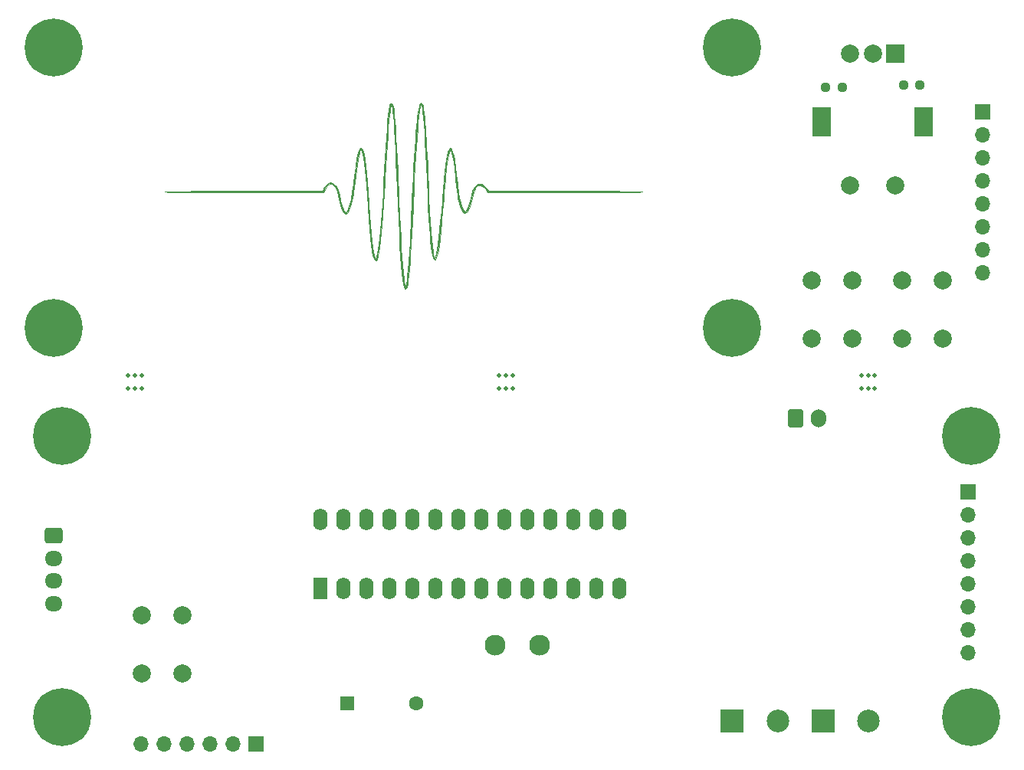
<source format=gbr>
%TF.GenerationSoftware,KiCad,Pcbnew,(6.0.5)*%
%TF.CreationDate,2022-11-21T22:14:33-06:00*%
%TF.ProjectId,A10102,41313031-3032-42e6-9b69-6361645f7063,rev?*%
%TF.SameCoordinates,Original*%
%TF.FileFunction,Soldermask,Bot*%
%TF.FilePolarity,Negative*%
%FSLAX46Y46*%
G04 Gerber Fmt 4.6, Leading zero omitted, Abs format (unit mm)*
G04 Created by KiCad (PCBNEW (6.0.5)) date 2022-11-21 22:14:33*
%MOMM*%
%LPD*%
G01*
G04 APERTURE LIST*
G04 Aperture macros list*
%AMRoundRect*
0 Rectangle with rounded corners*
0 $1 Rounding radius*
0 $2 $3 $4 $5 $6 $7 $8 $9 X,Y pos of 4 corners*
0 Add a 4 corners polygon primitive as box body*
4,1,4,$2,$3,$4,$5,$6,$7,$8,$9,$2,$3,0*
0 Add four circle primitives for the rounded corners*
1,1,$1+$1,$2,$3*
1,1,$1+$1,$4,$5*
1,1,$1+$1,$6,$7*
1,1,$1+$1,$8,$9*
0 Add four rect primitives between the rounded corners*
20,1,$1+$1,$2,$3,$4,$5,0*
20,1,$1+$1,$4,$5,$6,$7,0*
20,1,$1+$1,$6,$7,$8,$9,0*
20,1,$1+$1,$8,$9,$2,$3,0*%
G04 Aperture macros list end*
%ADD10C,0.010000*%
%ADD11C,0.500000*%
%ADD12C,0.800000*%
%ADD13C,6.400000*%
%ADD14C,2.000000*%
%ADD15R,1.700000X1.700000*%
%ADD16O,1.700000X1.700000*%
%ADD17R,1.600000X2.400000*%
%ADD18O,1.600000X2.400000*%
%ADD19R,2.000000X2.000000*%
%ADD20R,2.000000X3.200000*%
%ADD21R,2.500000X2.500000*%
%ADD22C,2.500000*%
%ADD23R,1.600000X1.600000*%
%ADD24C,1.600000*%
%ADD25RoundRect,0.250000X-0.600000X-0.750000X0.600000X-0.750000X0.600000X0.750000X-0.600000X0.750000X0*%
%ADD26O,1.700000X2.000000*%
%ADD27C,2.300000*%
%ADD28RoundRect,0.250000X-0.725000X0.600000X-0.725000X-0.600000X0.725000X-0.600000X0.725000X0.600000X0*%
%ADD29O,1.950000X1.700000*%
%ADD30RoundRect,0.237500X0.250000X0.237500X-0.250000X0.237500X-0.250000X-0.237500X0.250000X-0.237500X0*%
%ADD31RoundRect,0.237500X-0.250000X-0.237500X0.250000X-0.237500X0.250000X0.237500X-0.250000X0.237500X0*%
G04 APERTURE END LIST*
%TO.C,G\u002A\u002A\u002A*%
G36*
X128483886Y-49104144D02*
G01*
X128559306Y-49207955D01*
X128624978Y-49405633D01*
X128685522Y-49715988D01*
X128745557Y-50157831D01*
X128809703Y-50749971D01*
X128814724Y-50800208D01*
X128861860Y-51306053D01*
X128906934Y-51857935D01*
X128950821Y-52471256D01*
X128994395Y-53161421D01*
X129038527Y-53943832D01*
X129084093Y-54833893D01*
X129131966Y-55847005D01*
X129183019Y-56998573D01*
X129238126Y-58304000D01*
X129293655Y-59580050D01*
X129362003Y-60974837D01*
X129431488Y-62202009D01*
X129502195Y-63262507D01*
X129574211Y-64157271D01*
X129647622Y-64887242D01*
X129722514Y-65453359D01*
X129798971Y-65856565D01*
X129877081Y-66097798D01*
X129956929Y-66178000D01*
X129974303Y-66170808D01*
X130039218Y-66039459D01*
X130111884Y-65748548D01*
X130191365Y-65305450D01*
X130276723Y-64717542D01*
X130367022Y-63992202D01*
X130461325Y-63136807D01*
X130558694Y-62158732D01*
X130658193Y-61065356D01*
X130758885Y-59864054D01*
X130767659Y-59755444D01*
X130865882Y-58578625D01*
X130957311Y-57561452D01*
X131043091Y-56695176D01*
X131124366Y-55971050D01*
X131202283Y-55380326D01*
X131277985Y-54914256D01*
X131352617Y-54564094D01*
X131427325Y-54321091D01*
X131503253Y-54176500D01*
X131576736Y-54103682D01*
X131695304Y-54085387D01*
X131808728Y-54201890D01*
X131918224Y-54458118D01*
X132025011Y-54859002D01*
X132130304Y-55409470D01*
X132235323Y-56114451D01*
X132341283Y-56978873D01*
X132449403Y-58007667D01*
X132469705Y-58203439D01*
X132557654Y-58890225D01*
X132663148Y-59514519D01*
X132781358Y-60058579D01*
X132907456Y-60504662D01*
X133036615Y-60835025D01*
X133164005Y-61031926D01*
X133284800Y-61077623D01*
X133415110Y-60961965D01*
X133557748Y-60686145D01*
X133711751Y-60248407D01*
X133877922Y-59646467D01*
X134057063Y-58878039D01*
X134101746Y-58763249D01*
X134245325Y-58533388D01*
X134441441Y-58296474D01*
X134529243Y-58206097D01*
X134710988Y-58047076D01*
X134855644Y-57986656D01*
X135011965Y-57999457D01*
X135140807Y-58056142D01*
X135365309Y-58216769D01*
X135591581Y-58432856D01*
X135934828Y-58812000D01*
X144418081Y-58812000D01*
X144598934Y-58812010D01*
X146163114Y-58813038D01*
X147566819Y-58815745D01*
X148809065Y-58820121D01*
X149888868Y-58826156D01*
X150805246Y-58833841D01*
X151557215Y-58843166D01*
X152143792Y-58854121D01*
X152563992Y-58866696D01*
X152816834Y-58880881D01*
X152901333Y-58896667D01*
X152899551Y-58899048D01*
X152790563Y-58914552D01*
X152513363Y-58928465D01*
X152068925Y-58940777D01*
X151458220Y-58951479D01*
X150682223Y-58960561D01*
X149741907Y-58968014D01*
X148638244Y-58973827D01*
X147372207Y-58977991D01*
X145944770Y-58980496D01*
X144356905Y-58981333D01*
X135812477Y-58981333D01*
X135626661Y-58680677D01*
X135490031Y-58486523D01*
X135221779Y-58242592D01*
X134949125Y-58159221D01*
X134683865Y-58238382D01*
X134437797Y-58482044D01*
X134380199Y-58584081D01*
X134269159Y-58855255D01*
X134152689Y-59211815D01*
X134048187Y-59603675D01*
X133972845Y-59906660D01*
X133797603Y-60488497D01*
X133621525Y-60904333D01*
X133445421Y-61153619D01*
X133270104Y-61235809D01*
X133096385Y-61150356D01*
X132925075Y-60896711D01*
X132756986Y-60474329D01*
X132656694Y-60155352D01*
X132572919Y-59849797D01*
X132502501Y-59533189D01*
X132439963Y-59173987D01*
X132379827Y-58740653D01*
X132316615Y-58201646D01*
X132244850Y-57525428D01*
X132209000Y-57185123D01*
X132106503Y-56296928D01*
X132007231Y-55563924D01*
X131911689Y-54988920D01*
X131820385Y-54574726D01*
X131733823Y-54324150D01*
X131652511Y-54240000D01*
X131602957Y-54303983D01*
X131533699Y-54509602D01*
X131455713Y-54829264D01*
X131375168Y-55234452D01*
X131298237Y-55696647D01*
X131231091Y-56187333D01*
X131222814Y-56258755D01*
X131190070Y-56575899D01*
X131147520Y-57024552D01*
X131097662Y-57576700D01*
X131042992Y-58204332D01*
X130986007Y-58879436D01*
X130929205Y-59574000D01*
X130924335Y-59634485D01*
X130811044Y-60992962D01*
X130703235Y-62187387D01*
X130600202Y-63222718D01*
X130501240Y-64103916D01*
X130405644Y-64835938D01*
X130312707Y-65423745D01*
X130221724Y-65872295D01*
X130131989Y-66186549D01*
X130042797Y-66371464D01*
X129953443Y-66432000D01*
X129915789Y-66425237D01*
X129825083Y-66345588D01*
X129740293Y-66170904D01*
X129660731Y-65894431D01*
X129585713Y-65509417D01*
X129514550Y-65009106D01*
X129446556Y-64386745D01*
X129381045Y-63635581D01*
X129317329Y-62748861D01*
X129254722Y-61719829D01*
X129192537Y-60541733D01*
X129130087Y-59207819D01*
X129066686Y-57711333D01*
X129061117Y-57574587D01*
X128994713Y-56025906D01*
X128928615Y-54634608D01*
X128862924Y-53402023D01*
X128797743Y-52329477D01*
X128733172Y-51418296D01*
X128669315Y-50669809D01*
X128606272Y-50085341D01*
X128544146Y-49666222D01*
X128483039Y-49413777D01*
X128423053Y-49329333D01*
X128412375Y-49329646D01*
X128348000Y-49360111D01*
X128343094Y-49396726D01*
X128314794Y-49560687D01*
X128269701Y-49804611D01*
X128231427Y-50035210D01*
X128167487Y-50529985D01*
X128100117Y-51173132D01*
X128030216Y-51951857D01*
X127958682Y-52853365D01*
X127886411Y-53864860D01*
X127814303Y-54973549D01*
X127743256Y-56166635D01*
X127674167Y-57431325D01*
X127607933Y-58754823D01*
X127545455Y-60124333D01*
X127521616Y-60667945D01*
X127452268Y-62184653D01*
X127385486Y-63540359D01*
X127320684Y-64741282D01*
X127257277Y-65793642D01*
X127194677Y-66703658D01*
X127132301Y-67477550D01*
X127069562Y-68121539D01*
X127005875Y-68641843D01*
X126940654Y-69044684D01*
X126873314Y-69336279D01*
X126803268Y-69522850D01*
X126729932Y-69610616D01*
X126652719Y-69605797D01*
X126624301Y-69578306D01*
X126543440Y-69389858D01*
X126463316Y-69038284D01*
X126383881Y-68522963D01*
X126305085Y-67843273D01*
X126226879Y-66998594D01*
X126149214Y-65988305D01*
X126072041Y-64811787D01*
X125995311Y-63468418D01*
X125918974Y-61957577D01*
X125842982Y-60278645D01*
X125767285Y-58431000D01*
X125710418Y-57020105D01*
X125645451Y-55520279D01*
X125582296Y-54187316D01*
X125520859Y-53019889D01*
X125461047Y-52016670D01*
X125402767Y-51176332D01*
X125345927Y-50497549D01*
X125290431Y-49978992D01*
X125236188Y-49619334D01*
X125183105Y-49417248D01*
X125131087Y-49371407D01*
X125110119Y-49396759D01*
X125053051Y-49576523D01*
X124992345Y-49914941D01*
X124928646Y-50404355D01*
X124862599Y-51037109D01*
X124794850Y-51805547D01*
X124726045Y-52702011D01*
X124656827Y-53718845D01*
X124587844Y-54848392D01*
X124519739Y-56082996D01*
X124453159Y-57415000D01*
X124428176Y-57923770D01*
X124360770Y-59163483D01*
X124287167Y-60348667D01*
X124208630Y-61464977D01*
X124126423Y-62498069D01*
X124041810Y-63433597D01*
X123956053Y-64257217D01*
X123870417Y-64954583D01*
X123786165Y-65511351D01*
X123704562Y-65913176D01*
X123685409Y-65986989D01*
X123573646Y-66309239D01*
X123457656Y-66462456D01*
X123337130Y-66446859D01*
X123211762Y-66262667D01*
X123175638Y-66170721D01*
X123096604Y-65861263D01*
X123015087Y-65396646D01*
X122930870Y-64774851D01*
X122843738Y-63993860D01*
X122753477Y-63051655D01*
X122659870Y-61946219D01*
X122562702Y-60675532D01*
X122461758Y-59237577D01*
X122387996Y-58220403D01*
X122308233Y-57268441D01*
X122226349Y-56430985D01*
X122143513Y-55717164D01*
X122060896Y-55136101D01*
X121979668Y-54696922D01*
X121901000Y-54408755D01*
X121826062Y-54280724D01*
X121760355Y-54289249D01*
X121662866Y-54402733D01*
X121601997Y-54580520D01*
X121527624Y-54902091D01*
X121444452Y-55340878D01*
X121356735Y-55871156D01*
X121268727Y-56467197D01*
X121184680Y-57103276D01*
X121108848Y-57753667D01*
X121050776Y-58250754D01*
X120927712Y-59106756D01*
X120789691Y-59842580D01*
X120639987Y-60441868D01*
X120481870Y-60888259D01*
X120449867Y-60957682D01*
X120278819Y-61229243D01*
X120107888Y-61332562D01*
X119936932Y-61267459D01*
X119765807Y-61033751D01*
X119594372Y-60631256D01*
X119422482Y-60059793D01*
X119249996Y-59319181D01*
X119142173Y-58896162D01*
X118968499Y-58458537D01*
X118767802Y-58169460D01*
X118547809Y-58033009D01*
X118316248Y-58053260D01*
X118080847Y-58234292D01*
X117849333Y-58580180D01*
X117637666Y-58980843D01*
X108895833Y-58981088D01*
X108463939Y-58981046D01*
X106897716Y-58979848D01*
X105492376Y-58977017D01*
X104248856Y-58972562D01*
X103168095Y-58966492D01*
X102251031Y-58958816D01*
X101498601Y-58949544D01*
X100911745Y-58938683D01*
X100491401Y-58926244D01*
X100238506Y-58912236D01*
X100154000Y-58896667D01*
X100159033Y-58892721D01*
X100284690Y-58877508D01*
X100578497Y-58863857D01*
X101039510Y-58851778D01*
X101666783Y-58841280D01*
X102459372Y-58832372D01*
X103416330Y-58825062D01*
X104536714Y-58819361D01*
X105819576Y-58815278D01*
X107263974Y-58812821D01*
X108868961Y-58812000D01*
X117583922Y-58812000D01*
X117639432Y-58637104D01*
X117660801Y-58585435D01*
X117780469Y-58388848D01*
X117950241Y-58171437D01*
X118151175Y-57983984D01*
X118410433Y-57879921D01*
X118668850Y-57943777D01*
X118937409Y-58175596D01*
X118986061Y-58232021D01*
X119084840Y-58361315D01*
X119165762Y-58505004D01*
X119239591Y-58693302D01*
X119317096Y-58956424D01*
X119409040Y-59324585D01*
X119526192Y-59828000D01*
X119535981Y-59870384D01*
X119683319Y-60438976D01*
X119823812Y-60849679D01*
X119955958Y-61098805D01*
X120078253Y-61182667D01*
X120119385Y-61174628D01*
X120254652Y-61039603D01*
X120392047Y-60741932D01*
X120530372Y-60286694D01*
X120668425Y-59678970D01*
X120805006Y-58923837D01*
X120938913Y-58026377D01*
X121068947Y-56991667D01*
X121083628Y-56866210D01*
X121193422Y-56006625D01*
X121300273Y-55312763D01*
X121404790Y-54781464D01*
X121507584Y-54409572D01*
X121609264Y-54193927D01*
X121611830Y-54190439D01*
X121728878Y-54082094D01*
X121838857Y-54087369D01*
X121942762Y-54211835D01*
X122041586Y-54461061D01*
X122136321Y-54840614D01*
X122227962Y-55356063D01*
X122317501Y-56012978D01*
X122405931Y-56816927D01*
X122494246Y-57773479D01*
X122583439Y-58888203D01*
X122674503Y-60166667D01*
X122676138Y-60190758D01*
X122762695Y-61396389D01*
X122850351Y-62484309D01*
X122938311Y-63448075D01*
X123025776Y-64281245D01*
X123111953Y-64977377D01*
X123196043Y-65530027D01*
X123277252Y-65932754D01*
X123354783Y-66179115D01*
X123427840Y-66262667D01*
X123461595Y-66240340D01*
X123531054Y-66074534D01*
X123604991Y-65756429D01*
X123682267Y-65297179D01*
X123761744Y-64707940D01*
X123842281Y-63999868D01*
X123922739Y-63184119D01*
X124001978Y-62271848D01*
X124078860Y-61274212D01*
X124152245Y-60202366D01*
X124220993Y-59067466D01*
X124283964Y-57880667D01*
X124353685Y-56522872D01*
X124426812Y-55210296D01*
X124499946Y-54007384D01*
X124572499Y-52921588D01*
X124643883Y-51960357D01*
X124713510Y-51131143D01*
X124780791Y-50441395D01*
X124845139Y-49898564D01*
X124905965Y-49510100D01*
X124962681Y-49283454D01*
X124974936Y-49252865D01*
X125082256Y-49099115D01*
X125195448Y-49113214D01*
X125302957Y-49294778D01*
X125351180Y-49479872D01*
X125409731Y-49849794D01*
X125469662Y-50378025D01*
X125530569Y-51058607D01*
X125592047Y-51885578D01*
X125653693Y-52852978D01*
X125715102Y-53954848D01*
X125775870Y-55185226D01*
X125835593Y-56538152D01*
X125893866Y-58007667D01*
X125909509Y-58417904D01*
X125970462Y-59919892D01*
X126034130Y-61345755D01*
X126099902Y-62686173D01*
X126167168Y-63931830D01*
X126235317Y-65073409D01*
X126303738Y-66101593D01*
X126371821Y-67007063D01*
X126438955Y-67780504D01*
X126504528Y-68412596D01*
X126567931Y-68894024D01*
X126628552Y-69215470D01*
X126629943Y-69221026D01*
X126682287Y-69341982D01*
X126737194Y-69300899D01*
X126794772Y-69096870D01*
X126855130Y-68728987D01*
X126918375Y-68196342D01*
X126984616Y-67498028D01*
X127053961Y-66633139D01*
X127126518Y-65600765D01*
X127202395Y-64400000D01*
X127211895Y-64231143D01*
X127231191Y-63854026D01*
X127255432Y-63352223D01*
X127283381Y-62752443D01*
X127313798Y-62081395D01*
X127345445Y-61365789D01*
X127377085Y-60632333D01*
X127422074Y-59617301D01*
X127477047Y-58468849D01*
X127535473Y-57332983D01*
X127596335Y-56225363D01*
X127658619Y-55161651D01*
X127721310Y-54157508D01*
X127783393Y-53228597D01*
X127843854Y-52390579D01*
X127901678Y-51659115D01*
X127955849Y-51049868D01*
X128005352Y-50578498D01*
X128049174Y-50260667D01*
X128128324Y-49821110D01*
X128203588Y-49463222D01*
X128269554Y-49233679D01*
X128332432Y-49111408D01*
X128398431Y-49075333D01*
X128483886Y-49104144D01*
G37*
D10*
X128483886Y-49104144D02*
X128559306Y-49207955D01*
X128624978Y-49405633D01*
X128685522Y-49715988D01*
X128745557Y-50157831D01*
X128809703Y-50749971D01*
X128814724Y-50800208D01*
X128861860Y-51306053D01*
X128906934Y-51857935D01*
X128950821Y-52471256D01*
X128994395Y-53161421D01*
X129038527Y-53943832D01*
X129084093Y-54833893D01*
X129131966Y-55847005D01*
X129183019Y-56998573D01*
X129238126Y-58304000D01*
X129293655Y-59580050D01*
X129362003Y-60974837D01*
X129431488Y-62202009D01*
X129502195Y-63262507D01*
X129574211Y-64157271D01*
X129647622Y-64887242D01*
X129722514Y-65453359D01*
X129798971Y-65856565D01*
X129877081Y-66097798D01*
X129956929Y-66178000D01*
X129974303Y-66170808D01*
X130039218Y-66039459D01*
X130111884Y-65748548D01*
X130191365Y-65305450D01*
X130276723Y-64717542D01*
X130367022Y-63992202D01*
X130461325Y-63136807D01*
X130558694Y-62158732D01*
X130658193Y-61065356D01*
X130758885Y-59864054D01*
X130767659Y-59755444D01*
X130865882Y-58578625D01*
X130957311Y-57561452D01*
X131043091Y-56695176D01*
X131124366Y-55971050D01*
X131202283Y-55380326D01*
X131277985Y-54914256D01*
X131352617Y-54564094D01*
X131427325Y-54321091D01*
X131503253Y-54176500D01*
X131576736Y-54103682D01*
X131695304Y-54085387D01*
X131808728Y-54201890D01*
X131918224Y-54458118D01*
X132025011Y-54859002D01*
X132130304Y-55409470D01*
X132235323Y-56114451D01*
X132341283Y-56978873D01*
X132449403Y-58007667D01*
X132469705Y-58203439D01*
X132557654Y-58890225D01*
X132663148Y-59514519D01*
X132781358Y-60058579D01*
X132907456Y-60504662D01*
X133036615Y-60835025D01*
X133164005Y-61031926D01*
X133284800Y-61077623D01*
X133415110Y-60961965D01*
X133557748Y-60686145D01*
X133711751Y-60248407D01*
X133877922Y-59646467D01*
X134057063Y-58878039D01*
X134101746Y-58763249D01*
X134245325Y-58533388D01*
X134441441Y-58296474D01*
X134529243Y-58206097D01*
X134710988Y-58047076D01*
X134855644Y-57986656D01*
X135011965Y-57999457D01*
X135140807Y-58056142D01*
X135365309Y-58216769D01*
X135591581Y-58432856D01*
X135934828Y-58812000D01*
X144418081Y-58812000D01*
X144598934Y-58812010D01*
X146163114Y-58813038D01*
X147566819Y-58815745D01*
X148809065Y-58820121D01*
X149888868Y-58826156D01*
X150805246Y-58833841D01*
X151557215Y-58843166D01*
X152143792Y-58854121D01*
X152563992Y-58866696D01*
X152816834Y-58880881D01*
X152901333Y-58896667D01*
X152899551Y-58899048D01*
X152790563Y-58914552D01*
X152513363Y-58928465D01*
X152068925Y-58940777D01*
X151458220Y-58951479D01*
X150682223Y-58960561D01*
X149741907Y-58968014D01*
X148638244Y-58973827D01*
X147372207Y-58977991D01*
X145944770Y-58980496D01*
X144356905Y-58981333D01*
X135812477Y-58981333D01*
X135626661Y-58680677D01*
X135490031Y-58486523D01*
X135221779Y-58242592D01*
X134949125Y-58159221D01*
X134683865Y-58238382D01*
X134437797Y-58482044D01*
X134380199Y-58584081D01*
X134269159Y-58855255D01*
X134152689Y-59211815D01*
X134048187Y-59603675D01*
X133972845Y-59906660D01*
X133797603Y-60488497D01*
X133621525Y-60904333D01*
X133445421Y-61153619D01*
X133270104Y-61235809D01*
X133096385Y-61150356D01*
X132925075Y-60896711D01*
X132756986Y-60474329D01*
X132656694Y-60155352D01*
X132572919Y-59849797D01*
X132502501Y-59533189D01*
X132439963Y-59173987D01*
X132379827Y-58740653D01*
X132316615Y-58201646D01*
X132244850Y-57525428D01*
X132209000Y-57185123D01*
X132106503Y-56296928D01*
X132007231Y-55563924D01*
X131911689Y-54988920D01*
X131820385Y-54574726D01*
X131733823Y-54324150D01*
X131652511Y-54240000D01*
X131602957Y-54303983D01*
X131533699Y-54509602D01*
X131455713Y-54829264D01*
X131375168Y-55234452D01*
X131298237Y-55696647D01*
X131231091Y-56187333D01*
X131222814Y-56258755D01*
X131190070Y-56575899D01*
X131147520Y-57024552D01*
X131097662Y-57576700D01*
X131042992Y-58204332D01*
X130986007Y-58879436D01*
X130929205Y-59574000D01*
X130924335Y-59634485D01*
X130811044Y-60992962D01*
X130703235Y-62187387D01*
X130600202Y-63222718D01*
X130501240Y-64103916D01*
X130405644Y-64835938D01*
X130312707Y-65423745D01*
X130221724Y-65872295D01*
X130131989Y-66186549D01*
X130042797Y-66371464D01*
X129953443Y-66432000D01*
X129915789Y-66425237D01*
X129825083Y-66345588D01*
X129740293Y-66170904D01*
X129660731Y-65894431D01*
X129585713Y-65509417D01*
X129514550Y-65009106D01*
X129446556Y-64386745D01*
X129381045Y-63635581D01*
X129317329Y-62748861D01*
X129254722Y-61719829D01*
X129192537Y-60541733D01*
X129130087Y-59207819D01*
X129066686Y-57711333D01*
X129061117Y-57574587D01*
X128994713Y-56025906D01*
X128928615Y-54634608D01*
X128862924Y-53402023D01*
X128797743Y-52329477D01*
X128733172Y-51418296D01*
X128669315Y-50669809D01*
X128606272Y-50085341D01*
X128544146Y-49666222D01*
X128483039Y-49413777D01*
X128423053Y-49329333D01*
X128412375Y-49329646D01*
X128348000Y-49360111D01*
X128343094Y-49396726D01*
X128314794Y-49560687D01*
X128269701Y-49804611D01*
X128231427Y-50035210D01*
X128167487Y-50529985D01*
X128100117Y-51173132D01*
X128030216Y-51951857D01*
X127958682Y-52853365D01*
X127886411Y-53864860D01*
X127814303Y-54973549D01*
X127743256Y-56166635D01*
X127674167Y-57431325D01*
X127607933Y-58754823D01*
X127545455Y-60124333D01*
X127521616Y-60667945D01*
X127452268Y-62184653D01*
X127385486Y-63540359D01*
X127320684Y-64741282D01*
X127257277Y-65793642D01*
X127194677Y-66703658D01*
X127132301Y-67477550D01*
X127069562Y-68121539D01*
X127005875Y-68641843D01*
X126940654Y-69044684D01*
X126873314Y-69336279D01*
X126803268Y-69522850D01*
X126729932Y-69610616D01*
X126652719Y-69605797D01*
X126624301Y-69578306D01*
X126543440Y-69389858D01*
X126463316Y-69038284D01*
X126383881Y-68522963D01*
X126305085Y-67843273D01*
X126226879Y-66998594D01*
X126149214Y-65988305D01*
X126072041Y-64811787D01*
X125995311Y-63468418D01*
X125918974Y-61957577D01*
X125842982Y-60278645D01*
X125767285Y-58431000D01*
X125710418Y-57020105D01*
X125645451Y-55520279D01*
X125582296Y-54187316D01*
X125520859Y-53019889D01*
X125461047Y-52016670D01*
X125402767Y-51176332D01*
X125345927Y-50497549D01*
X125290431Y-49978992D01*
X125236188Y-49619334D01*
X125183105Y-49417248D01*
X125131087Y-49371407D01*
X125110119Y-49396759D01*
X125053051Y-49576523D01*
X124992345Y-49914941D01*
X124928646Y-50404355D01*
X124862599Y-51037109D01*
X124794850Y-51805547D01*
X124726045Y-52702011D01*
X124656827Y-53718845D01*
X124587844Y-54848392D01*
X124519739Y-56082996D01*
X124453159Y-57415000D01*
X124428176Y-57923770D01*
X124360770Y-59163483D01*
X124287167Y-60348667D01*
X124208630Y-61464977D01*
X124126423Y-62498069D01*
X124041810Y-63433597D01*
X123956053Y-64257217D01*
X123870417Y-64954583D01*
X123786165Y-65511351D01*
X123704562Y-65913176D01*
X123685409Y-65986989D01*
X123573646Y-66309239D01*
X123457656Y-66462456D01*
X123337130Y-66446859D01*
X123211762Y-66262667D01*
X123175638Y-66170721D01*
X123096604Y-65861263D01*
X123015087Y-65396646D01*
X122930870Y-64774851D01*
X122843738Y-63993860D01*
X122753477Y-63051655D01*
X122659870Y-61946219D01*
X122562702Y-60675532D01*
X122461758Y-59237577D01*
X122387996Y-58220403D01*
X122308233Y-57268441D01*
X122226349Y-56430985D01*
X122143513Y-55717164D01*
X122060896Y-55136101D01*
X121979668Y-54696922D01*
X121901000Y-54408755D01*
X121826062Y-54280724D01*
X121760355Y-54289249D01*
X121662866Y-54402733D01*
X121601997Y-54580520D01*
X121527624Y-54902091D01*
X121444452Y-55340878D01*
X121356735Y-55871156D01*
X121268727Y-56467197D01*
X121184680Y-57103276D01*
X121108848Y-57753667D01*
X121050776Y-58250754D01*
X120927712Y-59106756D01*
X120789691Y-59842580D01*
X120639987Y-60441868D01*
X120481870Y-60888259D01*
X120449867Y-60957682D01*
X120278819Y-61229243D01*
X120107888Y-61332562D01*
X119936932Y-61267459D01*
X119765807Y-61033751D01*
X119594372Y-60631256D01*
X119422482Y-60059793D01*
X119249996Y-59319181D01*
X119142173Y-58896162D01*
X118968499Y-58458537D01*
X118767802Y-58169460D01*
X118547809Y-58033009D01*
X118316248Y-58053260D01*
X118080847Y-58234292D01*
X117849333Y-58580180D01*
X117637666Y-58980843D01*
X108895833Y-58981088D01*
X108463939Y-58981046D01*
X106897716Y-58979848D01*
X105492376Y-58977017D01*
X104248856Y-58972562D01*
X103168095Y-58966492D01*
X102251031Y-58958816D01*
X101498601Y-58949544D01*
X100911745Y-58938683D01*
X100491401Y-58926244D01*
X100238506Y-58912236D01*
X100154000Y-58896667D01*
X100159033Y-58892721D01*
X100284690Y-58877508D01*
X100578497Y-58863857D01*
X101039510Y-58851778D01*
X101666783Y-58841280D01*
X102459372Y-58832372D01*
X103416330Y-58825062D01*
X104536714Y-58819361D01*
X105819576Y-58815278D01*
X107263974Y-58812821D01*
X108868961Y-58812000D01*
X117583922Y-58812000D01*
X117639432Y-58637104D01*
X117660801Y-58585435D01*
X117780469Y-58388848D01*
X117950241Y-58171437D01*
X118151175Y-57983984D01*
X118410433Y-57879921D01*
X118668850Y-57943777D01*
X118937409Y-58175596D01*
X118986061Y-58232021D01*
X119084840Y-58361315D01*
X119165762Y-58505004D01*
X119239591Y-58693302D01*
X119317096Y-58956424D01*
X119409040Y-59324585D01*
X119526192Y-59828000D01*
X119535981Y-59870384D01*
X119683319Y-60438976D01*
X119823812Y-60849679D01*
X119955958Y-61098805D01*
X120078253Y-61182667D01*
X120119385Y-61174628D01*
X120254652Y-61039603D01*
X120392047Y-60741932D01*
X120530372Y-60286694D01*
X120668425Y-59678970D01*
X120805006Y-58923837D01*
X120938913Y-58026377D01*
X121068947Y-56991667D01*
X121083628Y-56866210D01*
X121193422Y-56006625D01*
X121300273Y-55312763D01*
X121404790Y-54781464D01*
X121507584Y-54409572D01*
X121609264Y-54193927D01*
X121611830Y-54190439D01*
X121728878Y-54082094D01*
X121838857Y-54087369D01*
X121942762Y-54211835D01*
X122041586Y-54461061D01*
X122136321Y-54840614D01*
X122227962Y-55356063D01*
X122317501Y-56012978D01*
X122405931Y-56816927D01*
X122494246Y-57773479D01*
X122583439Y-58888203D01*
X122674503Y-60166667D01*
X122676138Y-60190758D01*
X122762695Y-61396389D01*
X122850351Y-62484309D01*
X122938311Y-63448075D01*
X123025776Y-64281245D01*
X123111953Y-64977377D01*
X123196043Y-65530027D01*
X123277252Y-65932754D01*
X123354783Y-66179115D01*
X123427840Y-66262667D01*
X123461595Y-66240340D01*
X123531054Y-66074534D01*
X123604991Y-65756429D01*
X123682267Y-65297179D01*
X123761744Y-64707940D01*
X123842281Y-63999868D01*
X123922739Y-63184119D01*
X124001978Y-62271848D01*
X124078860Y-61274212D01*
X124152245Y-60202366D01*
X124220993Y-59067466D01*
X124283964Y-57880667D01*
X124353685Y-56522872D01*
X124426812Y-55210296D01*
X124499946Y-54007384D01*
X124572499Y-52921588D01*
X124643883Y-51960357D01*
X124713510Y-51131143D01*
X124780791Y-50441395D01*
X124845139Y-49898564D01*
X124905965Y-49510100D01*
X124962681Y-49283454D01*
X124974936Y-49252865D01*
X125082256Y-49099115D01*
X125195448Y-49113214D01*
X125302957Y-49294778D01*
X125351180Y-49479872D01*
X125409731Y-49849794D01*
X125469662Y-50378025D01*
X125530569Y-51058607D01*
X125592047Y-51885578D01*
X125653693Y-52852978D01*
X125715102Y-53954848D01*
X125775870Y-55185226D01*
X125835593Y-56538152D01*
X125893866Y-58007667D01*
X125909509Y-58417904D01*
X125970462Y-59919892D01*
X126034130Y-61345755D01*
X126099902Y-62686173D01*
X126167168Y-63931830D01*
X126235317Y-65073409D01*
X126303738Y-66101593D01*
X126371821Y-67007063D01*
X126438955Y-67780504D01*
X126504528Y-68412596D01*
X126567931Y-68894024D01*
X126628552Y-69215470D01*
X126629943Y-69221026D01*
X126682287Y-69341982D01*
X126737194Y-69300899D01*
X126794772Y-69096870D01*
X126855130Y-68728987D01*
X126918375Y-68196342D01*
X126984616Y-67498028D01*
X127053961Y-66633139D01*
X127126518Y-65600765D01*
X127202395Y-64400000D01*
X127211895Y-64231143D01*
X127231191Y-63854026D01*
X127255432Y-63352223D01*
X127283381Y-62752443D01*
X127313798Y-62081395D01*
X127345445Y-61365789D01*
X127377085Y-60632333D01*
X127422074Y-59617301D01*
X127477047Y-58468849D01*
X127535473Y-57332983D01*
X127596335Y-56225363D01*
X127658619Y-55161651D01*
X127721310Y-54157508D01*
X127783393Y-53228597D01*
X127843854Y-52390579D01*
X127901678Y-51659115D01*
X127955849Y-51049868D01*
X128005352Y-50578498D01*
X128049174Y-50260667D01*
X128128324Y-49821110D01*
X128203588Y-49463222D01*
X128269554Y-49233679D01*
X128332432Y-49111408D01*
X128398431Y-49075333D01*
X128483886Y-49104144D01*
%TD*%
D11*
%TO.C,mouse-bite-2mm-slot*%
X96070000Y-80670000D03*
X97570000Y-80670000D03*
X96070000Y-79170000D03*
X96820000Y-79170000D03*
X96820000Y-80670000D03*
X97570000Y-79170000D03*
%TD*%
D12*
%TO.C,H5*%
X165220000Y-42920000D03*
X164517056Y-41222944D03*
X160420000Y-42920000D03*
X161122944Y-44617056D03*
X161122944Y-41222944D03*
X164517056Y-44617056D03*
X162820000Y-40520000D03*
X162820000Y-45320000D03*
D13*
X162820000Y-42920000D03*
%TD*%
D14*
%TO.C,SW3*%
X171570000Y-75170000D03*
X171570000Y-68670000D03*
X176070000Y-68670000D03*
X176070000Y-75170000D03*
%TD*%
D12*
%TO.C,H7*%
X90220000Y-73920000D03*
X86122944Y-75617056D03*
X87820000Y-71520000D03*
X86122944Y-72222944D03*
X87820000Y-76320000D03*
X89517056Y-72222944D03*
D13*
X87820000Y-73920000D03*
D12*
X85420000Y-73920000D03*
X89517056Y-75617056D03*
%TD*%
D15*
%TO.C,J5*%
X110170000Y-119920000D03*
D16*
X107630000Y-119920000D03*
X105090000Y-119920000D03*
X102550000Y-119920000D03*
X100010000Y-119920000D03*
X97470000Y-119920000D03*
%TD*%
D11*
%TO.C,mouse-bite-2mm-slot*%
X137070000Y-80670000D03*
X137820000Y-80670000D03*
X138570000Y-80670000D03*
X137820000Y-79170000D03*
X138570000Y-79170000D03*
X137070000Y-79170000D03*
%TD*%
%TO.C,mouse-bite-2mm-slot*%
X177820000Y-80670000D03*
X178570000Y-80670000D03*
X177070000Y-80670000D03*
X177070000Y-79170000D03*
X178570000Y-79170000D03*
X177820000Y-79170000D03*
%TD*%
D17*
%TO.C,U1*%
X117320000Y-102745000D03*
D18*
X119860000Y-102745000D03*
X122400000Y-102745000D03*
X124940000Y-102745000D03*
X127480000Y-102745000D03*
X130020000Y-102745000D03*
X132560000Y-102745000D03*
X135100000Y-102745000D03*
X137640000Y-102745000D03*
X140180000Y-102745000D03*
X142720000Y-102745000D03*
X145260000Y-102745000D03*
X147800000Y-102745000D03*
X150340000Y-102745000D03*
X150340000Y-95125000D03*
X147800000Y-95125000D03*
X145260000Y-95125000D03*
X142720000Y-95125000D03*
X140180000Y-95125000D03*
X137640000Y-95125000D03*
X135100000Y-95125000D03*
X132560000Y-95125000D03*
X130020000Y-95125000D03*
X127480000Y-95125000D03*
X124940000Y-95125000D03*
X122400000Y-95125000D03*
X119860000Y-95125000D03*
X117320000Y-95125000D03*
%TD*%
D19*
%TO.C,SW2*%
X180820000Y-43670000D03*
D14*
X175820000Y-43670000D03*
X178320000Y-43670000D03*
D20*
X172720000Y-51170000D03*
X183920000Y-51170000D03*
D14*
X175820000Y-58170000D03*
X180820000Y-58170000D03*
%TD*%
%TO.C,SW1*%
X97570000Y-112170000D03*
X97570000Y-105670000D03*
X102070000Y-105670000D03*
X102070000Y-112170000D03*
%TD*%
D21*
%TO.C,J3*%
X162820000Y-117420000D03*
D22*
X167820000Y-117420000D03*
%TD*%
D21*
%TO.C,J1*%
X172820000Y-117420000D03*
D22*
X177820000Y-117420000D03*
%TD*%
D23*
%TO.C,BZ1*%
X120320000Y-115420000D03*
D24*
X127920000Y-115420000D03*
%TD*%
D14*
%TO.C,SW4*%
X181570000Y-75170000D03*
X181570000Y-68670000D03*
X186070000Y-75170000D03*
X186070000Y-68670000D03*
%TD*%
D12*
%TO.C,H8*%
X161122944Y-72222944D03*
X161122944Y-75617056D03*
X160420000Y-73920000D03*
D13*
X162820000Y-73920000D03*
D12*
X162820000Y-71520000D03*
X164517056Y-72222944D03*
X165220000Y-73920000D03*
X162820000Y-76320000D03*
X164517056Y-75617056D03*
%TD*%
D25*
%TO.C,J4*%
X169820000Y-83920000D03*
D26*
X172320000Y-83920000D03*
%TD*%
D15*
%TO.C,J6*%
X188820000Y-92045000D03*
D16*
X188820000Y-94585000D03*
X188820000Y-97125000D03*
X188820000Y-99665000D03*
X188820000Y-102205000D03*
X188820000Y-104745000D03*
X188820000Y-107285000D03*
X188820000Y-109825000D03*
%TD*%
D27*
%TO.C,Y1*%
X141500000Y-109000000D03*
X136600000Y-109000000D03*
%TD*%
D28*
%TO.C,J2*%
X87820000Y-96920000D03*
D29*
X87820000Y-99420000D03*
X87820000Y-101920000D03*
X87820000Y-104420000D03*
%TD*%
D13*
%TO.C,H6*%
X87820000Y-42920000D03*
D12*
X87820000Y-40520000D03*
X89517056Y-41222944D03*
X86122944Y-41222944D03*
X87820000Y-45320000D03*
X86122944Y-44617056D03*
X89517056Y-44617056D03*
X90220000Y-42920000D03*
X85420000Y-42920000D03*
%TD*%
D15*
%TO.C,J7*%
X190445000Y-50045000D03*
D16*
X190445000Y-52585000D03*
X190445000Y-55125000D03*
X190445000Y-57665000D03*
X190445000Y-60205000D03*
X190445000Y-62745000D03*
X190445000Y-65285000D03*
X190445000Y-67825000D03*
%TD*%
D12*
%TO.C,H4*%
X91220000Y-85920000D03*
X86420000Y-85920000D03*
X88820000Y-83520000D03*
X87122944Y-84222944D03*
X90517056Y-87617056D03*
X88820000Y-88320000D03*
X90517056Y-84222944D03*
X87122944Y-87617056D03*
D13*
X88820000Y-85920000D03*
%TD*%
D12*
%TO.C,H2*%
X190892056Y-115222944D03*
D13*
X189195000Y-116920000D03*
D12*
X189195000Y-114520000D03*
X187497944Y-115222944D03*
X186795000Y-116920000D03*
X190892056Y-118617056D03*
X189195000Y-119320000D03*
X191595000Y-116920000D03*
X187497944Y-118617056D03*
%TD*%
%TO.C,H3*%
X191595000Y-85920000D03*
X187497944Y-87617056D03*
X189195000Y-88320000D03*
X186795000Y-85920000D03*
X189195000Y-83520000D03*
X190892056Y-84222944D03*
D13*
X189195000Y-85920000D03*
D12*
X187497944Y-84222944D03*
X190892056Y-87617056D03*
%TD*%
D30*
%TO.C,R3*%
X174932500Y-47320000D03*
X173107500Y-47320000D03*
%TD*%
D12*
%TO.C,H1*%
X87122944Y-115222944D03*
X90517056Y-115222944D03*
X90517056Y-118617056D03*
D13*
X88820000Y-116920000D03*
D12*
X91220000Y-116920000D03*
X86420000Y-116920000D03*
X88820000Y-114520000D03*
X87122944Y-118617056D03*
X88820000Y-119320000D03*
%TD*%
D31*
%TO.C,R2*%
X181707500Y-47120000D03*
X183532500Y-47120000D03*
%TD*%
M02*

</source>
